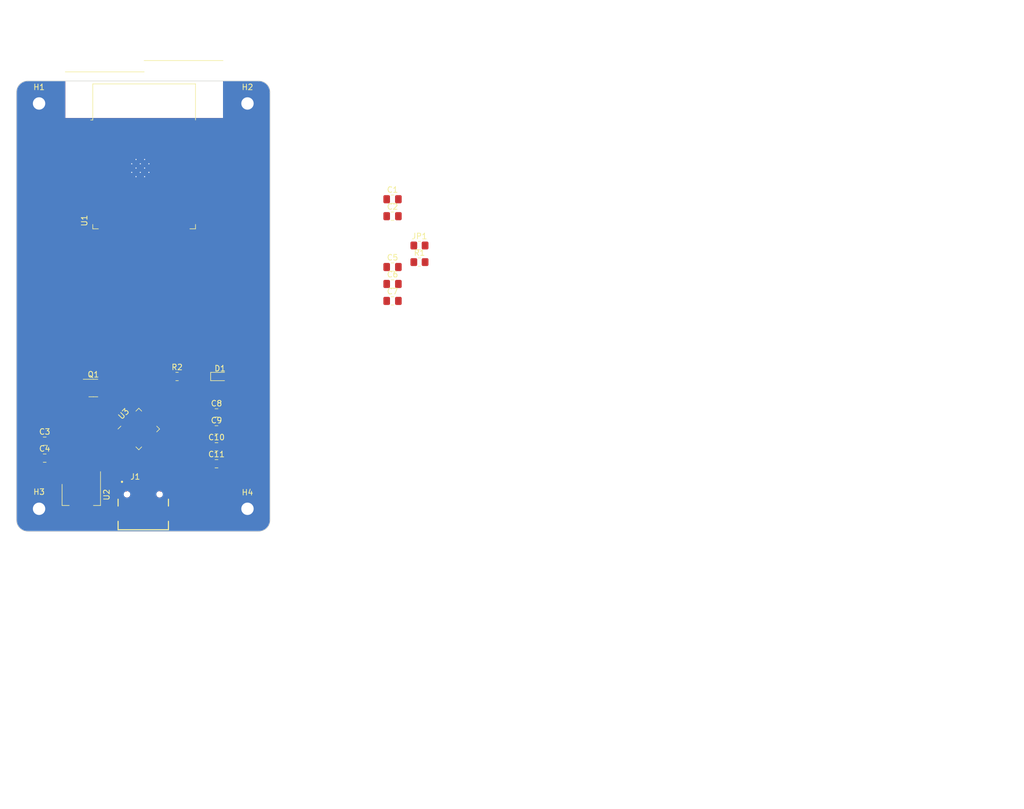
<source format=kicad_pcb>
(kicad_pcb (version 20221018) (generator pcbnew)
  (layers (0 "F.Cu" signal) (1 "In1.Cu" signal) (2 "In2.Cu" signal) (31 "B.Cu" signal) (34 "B.Paste" user) (35 "F.Paste" user) (36 "B.SilkS" user "B.Silkscreen") (37 "F.SilkS" user "F.Silkscreen") (38 "B.Mask" user) (39 "F.Mask" user) (44 "Edge.Cuts" user))
  (net 0 "")
  (net 1 "GND")
  (net 2 "VDD")
  (net 3 "Net-(Q1-S)")
  (net 6 "Net-(JP1-A)")
  (net 7 "Boot")
  (net 24 "EN")
  (net 37 "Net-(D1-A)")
  (net 38 "VCC")
  (net 39 "RX")
  (net 40 "TX")
  (footprint "USB4110_GF_A:GCT_USB4110GFA" (layer "F.Cu") (at 117.5 138.4375)
    (fp_text reference "J1" (at -1.425 -3.135) (layer "F.SilkS"))
    (fp_text value "USB4110GFA")
    (fp_line (start -4.47 0.86) (end -4.47 2.07) (stroke (width 0.2)) (layer "F.SilkS"))
    (fp_line (start -4.47 4.79) (end -4.47 6.28) (stroke (width 0.2)) (layer "F.SilkS"))
    (fp_line (start -4.47 6.28) (end 4.47 6.28) (stroke (width 0.2)) (layer "F.SilkS"))
    (fp_line (start 4.47 0.86) (end 4.47 2.07) (stroke (width 0.2)) (layer "F.SilkS"))
    (fp_line (start 4.47 6.28) (end 4.47 4.79) (stroke (width 0.2)) (layer "F.SilkS"))
    (fp_circle (center -3.78 -2.23) (end -3.68 -2.23) (stroke (width 0.2)) (fill none) (layer "F.SilkS"))
    (pad "" np_thru_hole circle (at -2.89 0) (size 0.65 0.65) (drill 0.65) (layers "*.Cu" "*.Mask"))
    (pad "" np_thru_hole circle (at 2.89 0) (size 0.65 0.65) (drill 0.65) (layers "*.Cu" "*.Mask"))
    (pad "A1/B12" smd rect (at -3.2 -1.075) (size 0.6 1.15) (layers "F.Cu" "F.Paste" "F.Mask"))
    (pad "A4/B9" smd rect (at -2.4 -1.075) (size 0.6 1.15) (layers "F.Cu" "F.Paste" "F.Mask"))
    (pad "A5" smd rect (at -1.25 -1.075) (size 0.3 1.15) (layers "F.Cu" "F.Paste" "F.Mask"))
    (pad "A6" smd rect (at -0.25 -1.075) (size 0.3 1.15) (layers "F.Cu" "F.Paste" "F.Mask"))
    (pad "A7" smd rect (at 0.25 -1.075) (size 0.3 1.15) (layers "F.Cu" "F.Paste" "F.Mask"))
    (pad "A8" smd rect (at 1.25 -1.075) (size 0.3 1.15) (layers "F.Cu" "F.Paste" "F.Mask"))
    (pad "B1/A12" smd rect (at 3.2 -1.075) (size 0.6 1.15) (layers "F.Cu" "F.Paste" "F.Mask"))
    (pad "B4/A9" smd rect (at 2.4 -1.075) (size 0.6 1.15) (layers "F.Cu" "F.Paste" "F.Mask"))
    (pad "B5" smd rect (at 1.75 -1.075) (size 0.3 1.15) (layers "F.Cu" "F.Paste" "F.Mask"))
    (pad "B6" smd rect (at 0.75 -1.075) (size 0.3 1.15) (layers "F.Cu" "F.Paste" "F.Mask"))
    (pad "B7" smd rect (at -0.75 -1.075) (size 0.3 1.15) (layers "F.Cu" "F.Paste" "F.Mask"))
    (pad "B8" smd rect (at -1.75 -1.075) (size 0.3 1.15) (layers "F.Cu" "F.Paste" "F.Mask"))
    (pad "S1" smd rect (at -5.11 -0.5) (size 2.18 2) (layers "F.Cu" "F.Paste" "F.Mask"))
    (pad "S2" smd rect (at 5.11 -0.5) (size 2.18 2) (layers "F.Cu" "F.Paste" "F.Mask"))
    (pad "S3" smd rect (at -5.11 3.43) (size 2.18 2) (layers "F.Cu" "F.Paste" "F.Mask"))
    (pad "S4" smd rect (at 5.11 3.43) (size 2.18 2) (layers "F.Cu" "F.Paste" "F.Mask"))
  )
  (footprint "Resistor_SMD:R_0805_2012Metric_Pad1.20x1.40mm_HandSolder" (layer "F.Cu") (at 123.5 117.5)
    (fp_text reference "R2" (at 0 -1.65) (layer "F.SilkS"))
    (fp_text value "150")
    (fp_line (start -0.227064 -0.735) (end 0.227064 -0.735) (stroke (width 0.12)) (layer "F.SilkS"))
    (fp_line (start -0.227064 0.735) (end 0.227064 0.735) (stroke (width 0.12)) (layer "F.SilkS"))
    (pad "1" smd roundrect (at -1 0) (size 1.2 1.4) (layers "F.Cu" "F.Paste" "F.Mask") (roundrect_rratio 0.208333) (net 3 "Net-(Q1-S)"))
    (pad "2" smd roundrect (at 1 0) (size 1.2 1.4) (layers "F.Cu" "F.Paste" "F.Mask") (roundrect_rratio 0.208333) (net 37 "Net-(D1-A)"))
  )
  (footprint "Capacitor_SMD:C_0805_2012Metric_Pad1.18x1.45mm_HandSolder" (layer "F.Cu") (at 130.5 123.97)
    (fp_text reference "C8" (at 0 -1.68) (layer "F.SilkS"))
    (fp_text value "1uF")
    (fp_line (start -0.261252 -0.735) (end 0.261252 -0.735) (stroke (width 0.12)) (layer "F.SilkS"))
    (fp_line (start -0.261252 0.735) (end 0.261252 0.735) (stroke (width 0.12)) (layer "F.SilkS"))
    (pad "1" smd roundrect (at -1.0375 0) (size 1.175 1.45) (layers "F.Cu" "F.Paste" "F.Mask") (roundrect_rratio 0.212766) (net 2 "VDD"))
    (pad "2" smd roundrect (at 1.0375 0) (size 1.175 1.45) (layers "F.Cu" "F.Paste" "F.Mask") (roundrect_rratio 0.212766) (net 1 "GND"))
  )
  (footprint "MountingHole:MountingHole_2.2mm_M2_DIN965_Pad" (layer "F.Cu") (at 136 141)
    (fp_text reference "H4" (at 0 -2.9) (layer "F.SilkS"))
    (fp_text value "MountingHole_Pad")
    (pad "1" thru_hole circle (at 0 0) (size 3.8 3.8) (drill 2.2) (layers "*.Cu" "*.Mask") (net 1 "GND"))
  )
  (footprint "Midi-FPGA-lib:SOT-223-3R" (layer "F.Cu") (at 106.5 138.5 -90)
    (fp_text reference "U2" (at 0 -4.5 90) (layer "F.SilkS"))
    (fp_text value "AP7361EA")
    (fp_line (start -4.1 -3.41) (end 1.91 -3.41) (stroke (width 0.12)) (layer "F.SilkS"))
    (fp_line (start -1.85 3.41) (end 1.91 3.41) (stroke (width 0.12)) (layer "F.SilkS"))
    (fp_line (start 1.91 -3.41) (end 1.91 -2.15) (stroke (width 0.12)) (layer "F.SilkS"))
    (fp_line (start 1.91 3.41) (end 1.91 2.15) (stroke (width 0.12)) (layer "F.SilkS"))
    (pad "1" smd rect (at -3.15 -2.3 270) (size 2 1.5) (layers "F.Cu" "F.Paste" "F.Mask") (net 1 "GND"))
    (pad "2" smd rect (at -3.15 0 270) (size 2 1.5) (layers "F.Cu" "F.Paste" "F.Mask") (net 6 "Net-(JP1-A)"))
    (pad "2" smd rect (at 3.15 0 270) (size 2 3.8) (layers "F.Cu" "F.Paste" "F.Mask") (net 6 "Net-(JP1-A)"))
    (pad "3" smd rect (at -3.15 2.3 270) (size 2 1.5) (layers "F.Cu" "F.Paste" "F.Mask") (net 3 "Net-(Q1-S)"))
  )
  (footprint "MountingHole:MountingHole_2.2mm_M2_DIN965_Pad" (layer "F.Cu") (at 99 141)
    (fp_text reference "H3" (at 0 -3) (layer "F.SilkS"))
    (fp_text value "MountingHole_Pad")
    (pad "1" thru_hole circle (at 0 0) (size 3.8 3.8) (drill 2.2) (layers "*.Cu" "*.Mask") (net 1 "GND"))
  )
  (footprint "MountingHole:MountingHole_2.2mm_M2_DIN965_Pad" (layer "F.Cu") (at 99 69)
    (fp_text reference "H1" (at 0 -2.9) (layer "F.SilkS"))
    (fp_text value "MountingHole_Pad")
    (pad "1" thru_hole circle (at 0 0) (size 3.8 3.8) (drill 2.2) (layers "*.Cu" "*.Mask") (net 1 "GND"))
  )
  (footprint "Capacitor_SMD:C_0805_2012Metric_Pad1.18x1.45mm_HandSolder" (layer "F.Cu") (at 161.75 89.02)
    (fp_text reference "C2" (at 0 -1.68) (layer "F.SilkS"))
    (fp_text value "0.1uF")
    (fp_line (start -0.261252 -0.735) (end 0.261252 -0.735) (stroke (width 0.12)) (layer "F.SilkS"))
    (fp_line (start -0.261252 0.735) (end 0.261252 0.735) (stroke (width 0.12)) (layer "F.SilkS"))
    (pad "1" smd roundrect (at -1.0375 0) (size 1.175 1.45) (layers "F.Cu" "F.Paste" "F.Mask") (roundrect_rratio 0.212766) (net 1 "GND"))
    (pad "2" smd roundrect (at 1.0375 0) (size 1.175 1.45) (layers "F.Cu" "F.Paste" "F.Mask") (roundrect_rratio 0.212766) (net 2 "VDD"))
  )
  (footprint "Capacitor_SMD:C_0805_2012Metric_Pad1.18x1.45mm_HandSolder" (layer "F.Cu") (at 130.5 126.98)
    (fp_text reference "C9" (at 0 -1.68) (layer "F.SilkS"))
    (fp_text value "0.1uF")
    (fp_line (start -0.261252 -0.735) (end 0.261252 -0.735) (stroke (width 0.12)) (layer "F.SilkS"))
    (fp_line (start -0.261252 0.735) (end 0.261252 0.735) (stroke (width 0.12)) (layer "F.SilkS"))
    (pad "1" smd roundrect (at -1.0375 0) (size 1.175 1.45) (layers "F.Cu" "F.Paste" "F.Mask") (roundrect_rratio 0.212766) (net 1 "GND"))
    (pad "2" smd roundrect (at 1.0375 0) (size 1.175 1.45) (layers "F.Cu" "F.Paste" "F.Mask") (roundrect_rratio 0.212766) (net 2 "VDD"))
  )
  (footprint "Capacitor_SMD:C_0805_2012Metric_Pad1.18x1.45mm_HandSolder" (layer "F.Cu") (at 130.5 129.99)
    (fp_text reference "C10" (at 0 -1.68) (layer "F.SilkS"))
    (fp_text value "4.7uF")
    (fp_line (start -0.261252 -0.735) (end 0.261252 -0.735) (stroke (width 0.12)) (layer "F.SilkS"))
    (fp_line (start -0.261252 0.735) (end 0.261252 0.735) (stroke (width 0.12)) (layer "F.SilkS"))
    (pad "1" smd roundrect (at -1.0375 0) (size 1.175 1.45) (layers "F.Cu" "F.Paste" "F.Mask") (roundrect_rratio 0.212766) (net 2 "VDD"))
    (pad "2" smd roundrect (at 1.0375 0) (size 1.175 1.45) (layers "F.Cu" "F.Paste" "F.Mask") (roundrect_rratio 0.212766) (net 1 "GND"))
  )
  (footprint "Package_DFN_QFN:QFN-28-1EP_5x5mm_P0.5mm_EP3.35x3.35mm" (layer "F.Cu") (at 116.706928 126.828249 45)
    (fp_text reference "U3" (at 0 -3.8 45) (layer "F.SilkS"))
    (fp_text value "CP2102N-Axx-xQFN28")
    (fp_line (start -2.61 2.61) (end -2.61 1.885) (stroke (width 0.12)) (layer "F.SilkS"))
    (fp_line (start -1.885 -2.61) (end -2.61 -2.61) (stroke (width 0.12)) (layer "F.SilkS"))
    (fp_line (start -1.885 2.61) (end -2.61 2.61) (stroke (width 0.12)) (layer "F.SilkS"))
    (fp_line (start 1.885 -2.61) (end 2.61 -2.61) (stroke (width 0.12)) (layer "F.SilkS"))
    (fp_line (start 1.885 2.61) (end 2.61 2.61) (stroke (width 0.12)) (layer "F.SilkS"))
    (fp_line (start 2.61 -2.61) (end 2.61 -1.885) (stroke (width 0.12)) (layer "F.SilkS"))
    (fp_line (start 2.61 2.61) (end 2.61 1.885) (stroke (width 0.12)) (layer "F.SilkS"))
    (pad "1" smd roundrect (at -2.45 -1.5 45) (size 0.8 0.25) (layers "F.Cu" "F.Paste" "F.Mask"))
    (pad "2" smd roundrect (at -2.45 -1 45) (size 0.8 0.25) (layers "F.Cu" "F.Paste" "F.Mask"))
    (pad "3" smd roundrect (at -2.45 -0.5 45) (size 0.8 0.25) (layers "F.Cu" "F.Paste" "F.Mask") (net 1 "GND"))
    (pad "4" smd roundrect (at -2.45 0 45) (size 0.8 0.25) (layers "F.Cu" "F.Paste" "F.Mask"))
    (pad "5" smd roundrect (at -2.45 0.5 45) (size 0.8 0.25) (layers "F.Cu" "F.Paste" "F.Mask"))
    (pad "6" smd roundrect (at -2.45 1 45) (size 0.8 0.25) (layers "F.Cu" "F.Paste" "F.Mask") (net 2 "VDD"))
    (pad "7" smd roundrect (at -2.45 1.5 45) (size 0.8 0.25) (layers "F.Cu" "F.Paste" "F.Mask") (net 2 "VDD"))
    (pad "8" smd roundrect (at -1.5 2.45 45) (size 0.25 0.8) (layers "F.Cu" "F.Paste" "F.Mask"))
    (pad "9" smd roundrect (at -1 2.45 45) (size 0.25 0.8) (layers "F.Cu" "F.Paste" "F.Mask"))
    (pad "10" smd roundrect (at -0.5 2.45 45) (size 0.25 0.8) (layers "F.Cu" "F.Paste" "F.Mask"))
    (pad "11" smd roundrect (at 0 2.45 45) (size 0.25 0.8) (layers "F.Cu" "F.Paste" "F.Mask"))
    (pad "12" smd roundrect (at 0.5 2.45 45) (size 0.25 0.8) (layers "F.Cu" "F.Paste" "F.Mask"))
    (pad "13" smd roundrect (at 1 2.45 45) (size 0.25 0.8) (layers "F.Cu" "F.Paste" "F.Mask"))
    (pad "14" smd roundrect (at 1.5 2.45 45) (size 0.25 0.8) (layers "F.Cu" "F.Paste" "F.Mask"))
    (pad "15" smd roundrect (at 2.45 1.5 45) (size 0.8 0.25) (layers "F.Cu" "F.Paste" "F.Mask"))
    (pad "16" smd roundrect (at 2.45 1 45) (size 0.8 0.25) (layers "F.Cu" "F.Paste" "F.Mask"))
    (pad "17" smd roundrect (at 2.45 0.5 45) (size 0.8 0.25) (layers "F.Cu" "F.Paste" "F.Mask"))
    (pad "18" smd roundrect (at 2.45 0 45) (size 0.8 0.25) (layers "F.Cu" "F.Paste" "F.Mask"))
    (pad "19" smd roundrect (at 2.45 -0.5 45) (size 0.8 0.25) (layers "F.Cu" "F.Paste" "F.Mask"))
    (pad "20" smd roundrect (at 2.45 -1 45) (size 0.8 0.25) (layers "F.Cu" "F.Paste" "F.Mask"))
    (pad "21" smd roundrect (at 2.45 -1.5 45) (size 0.8 0.25) (layers "F.Cu" "F.Paste" "F.Mask"))
    (pad "22" smd roundrect (at 1.5 -2.45 45) (size 0.25 0.8) (layers "F.Cu" "F.Paste" "F.Mask"))
    (pad "23" smd roundrect (at 1 -2.45 45) (size 0.25 0.8) (layers "F.Cu" "F.Paste" "F.Mask"))
    (pad "24" smd roundrect (at 0.5 -2.45 45) (size 0.25 0.8) (layers "F.Cu" "F.Paste" "F.Mask"))
    (pad "25" smd roundrect (at 0 -2.45 45) (size 0.25 0.8) (layers "F.Cu" "F.Paste" "F.Mask"))
    (pad "26" smd roundrect (at -0.5 -2.45 45) (size 0.25 0.8) (layers "F.Cu" "F.Paste" "F.Mask"))
    (pad "27" smd roundrect (at -1 -2.45 45) (size 0.25 0.8) (layers "F.Cu" "F.Paste" "F.Mask"))
    (pad "28" smd roundrect (at -1.5 -2.45 45) (size 0.25 0.8) (layers "F.Cu" "F.Paste" "F.Mask"))
    (pad "29" smd rect (at 0 0 45) (size 3.35 3.35) (layers "F.Cu" "F.Mask") (net 1 "GND"))
  )
  (footprint "Resistor_SMD:R_0805_2012Metric_Pad1.20x1.40mm_HandSolder" (layer "F.Cu") (at 166.53 94.23)
    (fp_text reference "JP1" (at 0 -1.65) (layer "F.SilkS"))
    (fp_text value "0")
    (fp_line (start -0.227064 -0.735) (end 0.227064 -0.735) (stroke (width 0.12)) (layer "F.SilkS"))
    (fp_line (start -0.227064 0.735) (end 0.227064 0.735) (stroke (width 0.12)) (layer "F.SilkS"))
    (pad "1" smd roundrect (at -1 0) (size 1.2 1.4) (layers "F.Cu" "F.Paste" "F.Mask") (roundrect_rratio 0.208333) (net 6 "Net-(JP1-A)"))
    (pad "2" smd roundrect (at 1 0) (size 1.2 1.4) (layers "F.Cu" "F.Paste" "F.Mask") (roundrect_rratio 0.208333) (net 2 "VDD"))
  )
  (footprint "Resistor_SMD:R_0805_2012Metric_Pad1.20x1.40mm_HandSolder" (layer "F.Cu") (at 166.53 97.18)
    (fp_text reference "R1" (at 0 -1.65) (layer "F.SilkS"))
    (fp_text value "10K")
    (fp_line (start -0.227064 -0.735) (end 0.227064 -0.735) (stroke (width 0.12)) (layer "F.SilkS"))
    (fp_line (start -0.227064 0.735) (end 0.227064 0.735) (stroke (width 0.12)) (layer "F.SilkS"))
    (pad "1" smd roundrect (at -1 0) (size 1.2 1.4) (layers "F.Cu" "F.Paste" "F.Mask") (roundrect_rratio 0.208333) (net 2 "VDD"))
    (pad "2" smd roundrect (at 1 0) (size 1.2 1.4) (layers "F.Cu" "F.Paste" "F.Mask") (roundrect_rratio 0.208333) (net 24 "EN"))
  )
  (footprint "Capacitor_SMD:C_0805_2012Metric_Pad1.18x1.45mm_HandSolder" (layer "F.Cu") (at 100 128.99)
    (fp_text reference "C3" (at 0 -1.68) (layer "F.SilkS"))
    (fp_text value "4.7uF")
    (fp_line (start -0.261252 -0.735) (end 0.261252 -0.735) (stroke (width 0.12)) (layer "F.SilkS"))
    (fp_line (start -0.261252 0.735) (end 0.261252 0.735) (stroke (width 0.12)) (layer "F.SilkS"))
    (pad "1" smd roundrect (at -1.0375 0) (size 1.175 1.45) (layers "F.Cu" "F.Paste" "F.Mask") (roundrect_rratio 0.212766) (net 3 "Net-(Q1-S)"))
    (pad "2" smd roundrect (at 1.0375 0) (size 1.175 1.45) (layers "F.Cu" "F.Paste" "F.Mask") (roundrect_rratio 0.212766) (net 1 "GND"))
  )
  (footprint "Capacitor_SMD:C_0805_2012Metric_Pad1.18x1.45mm_HandSolder" (layer "F.Cu") (at 161.75 104.07)
    (fp_text reference "C7" (at 0 -1.68) (layer "F.SilkS"))
    (fp_text value "1uF")
    (fp_line (start -0.261252 -0.735) (end 0.261252 -0.735) (stroke (width 0.12)) (layer "F.SilkS"))
    (fp_line (start -0.261252 0.735) (end 0.261252 0.735) (stroke (width 0.12)) (layer "F.SilkS"))
    (pad "1" smd roundrect (at -1.0375 0) (size 1.175 1.45) (layers "F.Cu" "F.Paste" "F.Mask") (roundrect_rratio 0.212766) (net 24 "EN"))
    (pad "2" smd roundrect (at 1.0375 0) (size 1.175 1.45) (layers "F.Cu" "F.Paste" "F.Mask") (roundrect_rratio 0.212766) (net 1 "GND"))
  )
  (footprint "Capacitor_SMD:C_0805_2012Metric_Pad1.18x1.45mm_HandSolder" (layer "F.Cu") (at 130.5 133)
    (fp_text reference "C11" (at 0 -1.68) (layer "F.SilkS"))
    (fp_text value "0.1uF")
    (fp_line (start -0.261252 -0.735) (end 0.261252 -0.735) (stroke (width 0.12)) (layer "F.SilkS"))
    (fp_line (start -0.261252 0.735) (end 0.261252 0.735) (stroke (width 0.12)) (layer "F.SilkS"))
    (pad "1" smd roundrect (at -1.0375 0) (size 1.175 1.45) (layers "F.Cu" "F.Paste" "F.Mask") (roundrect_rratio 0.212766) (net 1 "GND"))
    (pad "2" smd roundrect (at 1.0375 0) (size 1.175 1.45) (layers "F.Cu" "F.Paste" "F.Mask") (roundrect_rratio 0.212766) (net 2 "VDD"))
  )
  (footprint "Capacitor_SMD:C_0805_2012Metric_Pad1.18x1.45mm_HandSolder" (layer "F.Cu") (at 161.75 101.06)
    (fp_text reference "C6" (at 0 -1.68) (layer "F.SilkS"))
    (fp_text value "0.1uF")
    (fp_line (start -0.261252 -0.735) (end 0.261252 -0.735) (stroke (width 0.12)) (layer "F.SilkS"))
    (fp_line (start -0.261252 0.735) (end 0.261252 0.735) (stroke (width 0.12)) (layer "F.SilkS"))
    (pad "1" smd roundrect (at -1.0375 0) (size 1.175 1.45) (layers "F.Cu" "F.Paste" "F.Mask") (roundrect_rratio 0.212766) (net 1 "GND"))
    (pad "2" smd roundrect (at 1.0375 0) (size 1.175 1.45) (layers "F.Cu" "F.Paste" "F.Mask") (roundrect_rratio 0.212766) (net 24 "EN"))
  )
  (footprint "Capacitor_SMD:C_0805_2012Metric_Pad1.18x1.45mm_HandSolder" (layer "F.Cu") (at 161.75 86.01)
    (fp_text reference "C1" (at 0 -1.68) (layer "F.SilkS"))
    (fp_text value "22uF")
    (fp_line (start -0.261252 -0.735) (end 0.261252 -0.735) (stroke (width 0.12)) (layer "F.SilkS"))
    (fp_line (start -0.261252 0.735) (end 0.261252 0.735) (stroke (width 0.12)) (layer "F.SilkS"))
    (pad "1" smd roundrect (at -1.0375 0) (size 1.175 1.45) (layers "F.Cu" "F.Paste" "F.Mask") (roundrect_rratio 0.212766) (net 2 "VDD"))
    (pad "2" smd roundrect (at 1.0375 0) (size 1.175 1.45) (layers "F.Cu" "F.Paste" "F.Mask") (roundrect_rratio 0.212766) (net 1 "GND"))
  )
  (footprint "Package_TO_SOT_SMD:SOT-23-3" (layer "F.Cu") (at 108.6375 119.55)
    (fp_text reference "Q1" (at 0 -2.4) (layer "F.SilkS"))
    (fp_text value "DMP2123L")
    (fp_line (start 0 -1.56) (end -1.8 -1.56) (stroke (width 0.12)) (layer "F.SilkS"))
    (fp_line (start 0 -1.56) (end 0.8 -1.56) (stroke (width 0.12)) (layer "F.SilkS"))
    (fp_line (start 0 1.56) (end -0.8 1.56) (stroke (width 0.12)) (layer "F.SilkS"))
    (fp_line (start 0 1.56) (end 0.8 1.56) (stroke (width 0.12)) (layer "F.SilkS"))
    (pad "1" smd roundrect (at -1.1375 -0.95) (size 1.325 0.6) (layers "F.Cu" "F.Paste" "F.Mask") (net 1 "GND"))
    (pad "2" smd roundrect (at -1.1375 0.95) (size 1.325 0.6) (layers "F.Cu" "F.Paste" "F.Mask") (net 3 "Net-(Q1-S)"))
    (pad "3" smd roundrect (at 1.1375 0) (size 1.325 0.6) (layers "F.Cu" "F.Paste" "F.Mask") (net 38 "VCC"))
  )
  (footprint "LED_SMD:LED_0603_1608Metric_Pad1.05x0.95mm_HandSolder" (layer "F.Cu") (at 131.125 117.5)
    (fp_text reference "D1" (at 0 -1.43) (layer "F.SilkS"))
    (fp_text value "LED")
    (fp_line (start -1.66 -0.735) (end -1.66 0.735) (stroke (width 0.12)) (layer "F.SilkS"))
    (fp_line (start -1.66 0.735) (end 0.8 0.735) (stroke (width 0.12)) (layer "F.SilkS"))
    (fp_line (start 0.8 -0.735) (end -1.66 -0.735) (stroke (width 0.12)) (layer "F.SilkS"))
    (pad "1" smd roundrect (at -0.875 0) (size 1.05 0.95) (layers "F.Cu" "F.Paste" "F.Mask") (net 1 "GND"))
    (pad "2" smd roundrect (at 0.875 0) (size 1.05 0.95) (layers "F.Cu" "F.Paste" "F.Mask") (net 37 "Net-(D1-A)"))
  )
  (footprint "Midi-FPGA-lib:ESP32-WROOM-32" (layer "F.Cu") (at 117.655 81.385)
    (fp_text reference "U1" (at -10.61 8.43 90) (layer "F.SilkS"))
    (fp_text value "ESP32-WROOM-32")
    (fp_line (start -9.12 -15.86) (end -9.12 -9.445) (stroke (width 0.12)) (layer "F.SilkS"))
    (fp_line (start -9.12 -15.86) (end 9.12 -15.86) (stroke (width 0.12)) (layer "F.SilkS"))
    (fp_line (start -9.12 -9.445) (end -9.5 -9.445) (stroke (width 0.12)) (layer "F.SilkS"))
    (fp_line (start -9.12 9.1) (end -9.12 9.88) (stroke (width 0.12)) (layer "F.SilkS"))
    (fp_line (start -9.12 9.88) (end -8.12 9.88) (stroke (width 0.12)) (layer "F.SilkS"))
    (fp_line (start 0 -20) (end 14 -20) (stroke (width 0.12)) (layer "F.SilkS"))
    (fp_line (start 0 -18) (end -14 -18) (stroke (width 0.12)) (layer "F.SilkS"))
    (fp_line (start 9.12 -15.86) (end 9.12 -9.445) (stroke (width 0.12)) (layer "F.SilkS"))
    (fp_line (start 9.12 9.1) (end 9.12 9.88) (stroke (width 0.12)) (layer "F.SilkS"))
    (fp_line (start 9.12 9.88) (end 8.12 9.88) (stroke (width 0.12)) (layer "F.SilkS"))
    (pad "1" smd rect (at -8.75 -8.25) (size 1.5 0.9) (layers "F.Cu" "F.Paste" "F.Mask") (net 1 "GND"))
    (pad "2" smd rect (at -8.75 -6.98) (size 1.5 0.9) (layers "F.Cu" "F.Paste" "F.Mask") (net 2 "VDD"))
    (pad "3" smd rect (at -8.75 -5.71) (size 1.5 0.9) (layers "F.Cu" "F.Paste" "F.Mask") (net 24 "EN"))
    (pad "4" smd rect (at -8.75 -4.44) (size 1.5 0.9) (layers "F.Cu" "F.Paste" "F.Mask"))
    (pad "5" smd rect (at -8.75 -3.17) (size 1.5 0.9) (layers "F.Cu" "F.Paste" "F.Mask"))
    (pad "6" smd rect (at -8.75 -1.9) (size 1.5 0.9) (layers "F.Cu" "F.Paste" "F.Mask") (net 39 "RX"))
    (pad "7" smd rect (at -8.75 -0.63) (size 1.5 0.9) (layers "F.Cu" "F.Paste" "F.Mask") (net 40 "TX"))
    (pad "8" smd rect (at -8.75 0.64) (size 1.5 0.9) (layers "F.Cu" "F.Paste" "F.Mask"))
    (pad "9" smd rect (at -8.75 1.91) (size 1.5 0.9) (layers "F.Cu" "F.Paste" "F.Mask"))
    (pad "10" smd rect (at -8.75 3.18) (size 1.5 0.9) (layers "F.Cu" "F.Paste" "F.Mask"))
    (pad "11" smd rect (at -8.75 4.45) (size 1.5 0.9) (layers "F.Cu" "F.Paste" "F.Mask"))
    (pad "12" smd rect (at -8.75 5.72) (size 1.5 0.9) (layers "F.Cu" "F.Paste" "F.Mask"))
    (pad "13" smd rect (at -8.75 6.99) (size 1.5 0.9) (layers "F.Cu" "F.Paste" "F.Mask"))
    (pad "14" smd rect (at -8.75 8.26) (size 1.5 0.9) (layers "F.Cu" "F.Paste" "F.Mask"))
    (pad "15" smd rect (at -5.71 9.51 90) (size 1.5 0.9) (layers "F.Cu" "F.Paste" "F.Mask") (net 1 "GND"))
    (pad "16" smd rect (at -4.44 9.51 90) (size 1.5 0.9) (layers "F.Cu" "F.Paste" "F.Mask"))
    (pad "17" smd rect (at -3.17 9.51 90) (size 1.5 0.9) (layers "F.Cu" "F.Paste" "F.Mask"))
    (pad "18" smd rect (at -1.9 9.51 90) (size 1.5 0.9) (layers "F.Cu" "F.Paste" "F.Mask"))
    (pad "19" smd rect (at -0.63 9.51 90) (size 1.5 0.9) (layers "F.Cu" "F.Paste" "F.Mask"))
    (pad "20" smd rect (at 0.64 9.51 90) (size 1.5 0.9) (layers "F.Cu" "F.Paste" "F.Mask"))
    (pad "21" smd rect (at 1.91 9.51 90) (size 1.5 0.9) (layers "F.Cu" "F.Paste" "F.Mask"))
    (pad "22" smd rect (at 3.18 9.51 90) (size 1.5 0.9) (layers "F.Cu" "F.Paste" "F.Mask"))
    (pad "23" smd rect (at 4.45 9.51 90) (size 1.5 0.9) (layers "F.Cu" "F.Paste" "F.Mask"))
    (pad "24" smd rect (at 5.72 9.51 90) (size 1.5 0.9) (layers "F.Cu" "F.Paste" "F.Mask"))
    (pad "25" smd rect (at 8.75 8.26) (size 1.5 0.9) (layers "F.Cu" "F.Paste" "F.Mask") (net 7 "Boot"))
    (pad "26" smd rect (at 8.75 6.99) (size 1.5 0.9) (layers "F.Cu" "F.Paste" "F.Mask"))
    (pad "27" smd rect (at 8.75 5.72) (size 1.5 0.9) (layers "F.Cu" "F.Paste" "F.Mask"))
    (pad "28" smd rect (at 8.75 4.45) (size 1.5 0.9) (layers "F.Cu" "F.Paste" "F.Mask"))
    (pad "29" smd rect (at 8.75 3.18) (size 1.5 0.9) (layers "F.Cu" "F.Paste" "F.Mask"))
    (pad "30" smd rect (at 8.75 1.91) (size 1.5 0.9) (layers "F.Cu" "F.Paste" "F.Mask"))
    (pad "31" smd rect (at 8.75 0.64) (size 1.5 0.9) (layers "F.Cu" "F.Paste" "F.Mask"))
    (pad "32" smd rect (at 8.75 -0.63) (size 1.5 0.9) (layers "F.Cu" "F.Paste" "F.Mask"))
    (pad "33" smd rect (at 8.75 -1.9) (size 1.5 0.9) (layers "F.Cu" "F.Paste" "F.Mask"))
    (pad "34" smd rect (at 8.75 -3.17) (size 1.5 0.9) (layers "F.Cu" "F.Paste" "F.Mask"))
    (pad "35" smd rect (at 8.75 -4.44) (size 1.5 0.9) (layers "F.Cu" "F.Paste" "F.Mask"))
    (pad "36" smd rect (at 8.75 -5.71) (size 1.5 0.9) (layers "F.Cu" "F.Paste" "F.Mask"))
    (pad "37" smd rect (at 8.75 -6.98) (size 1.5 0.9) (layers "F.Cu" "F.Paste" "F.Mask"))
    (pad "38" smd rect (at 8.75 -8.25) (size 1.5 0.9) (layers "F.Cu" "F.Paste" "F.Mask") (net 1 "GND"))
    (pad "39" smd rect (at -2.205 -2.435) (size 1.05 1.05) (layers "F.Cu" "F.Paste") (net 1 "GND"))
    (pad "39" thru_hole circle (at -2.205 -1.6725) (size 0.6 0.6) (drill 0.2) (property pad_prop_heatsink) (layers "*.Cu" "F.Mask") (net 1 "GND"))
    (pad "39" smd rect (at -2.205 -0.91) (size 1.05 1.05) (layers "F.Cu" "F.Paste") (net 1 "GND"))
    (pad "39" thru_hole circle (at -2.205 -0.1475) (size 0.6 0.6) (drill 0.2) (property pad_prop_heatsink) (layers "*.Cu" "F.Mask") (net 1 "GND"))
    (pad "39" smd rect (at -2.205 0.615) (size 1.05 1.05) (layers "F.Cu" "F.Paste") (net 1 "GND"))
    (pad "39" thru_hole circle (at -1.4425 -2.435) (size 0.6 0.6) (drill 0.2) (property pad_prop_heatsink) (layers "*.Cu" "F.Mask") (net 1 "GND"))
    (pad "39" thru_hole circle (at -1.4425 -0.91) (size 0.6 0.6) (drill 0.2) (property pad_prop_heatsink) (layers "*.Cu" "F.Mask") (net 1 "GND"))
    (pad "39" thru_hole circle (at -1.4425 0.615) (size 0.6 0.6) (drill 0.2) (property pad_prop_heatsink) (layers "*.Cu" "F.Mask") (net 1 "GND"))
    (pad "39" smd rect (at -0.68 -2.435) (size 1.05 1.05) (layers "F.Cu" "F.Paste") (net 1 "GND"))
    (pad "39" thru_hole circle (at -0.68 -1.6725) (size 0.6 0.6) (drill 0.2) (property pad_prop_heatsink) (layers "*.Cu" "F.Mask") (net 1 "GND"))
    (pad "39" smd rect (at -0.68 -0.91) (size 1.05 1.05) (layers "F.Cu" "F.Paste") (net 1 "GND"))
    (pad "39" smd rect (at -0.68 -0.91) (size 4.2 4.2) (layers "F.Cu" "F.Mask") (net 1 "GND"))
    (pad "39" thru_hole circle (at -0.68 -0.1475) (size 0.6 0.6) (drill 0.2) (property pad_prop_heatsink) (layers "*.Cu" "F.Mask") (net 1 "GND"))
    (pad "39" smd rect (at -0.68 0.615) (size 1.05 1.05) (layers "F.Cu" "F.Paste") (net 1 "GND"))
    (pad "39" thru_hole circle (at 0.0825 -2.435) (size 0.6 0.6) (drill 0.2) (property pad_prop_heatsink) (layers "*.Cu" "F.Mask") (net 1 "GND"))
    (pad "39" thru_hole circle (at 0.0825 -0.91) (size 0.6 0.6) (drill 0.2) (property pad_prop_heatsink) (layers "*.Cu" "F.Mask") (net 1 "GND"))
    (pad "39" thru_hole circle (at 0.0825 0.615) (size 0.6 0.6) (drill 0.2) (property pad_prop_heatsink) (layers "*.Cu" "F.Mask") (net 1 "GND"))
    (pad "39" smd rect (at 0.845 -2.435) (size 1.05 1.05) (layers "F.Cu" "F.Paste") (net 1 "GND"))
    (pad "39" thru_hole circle (at 0.845 -1.6725) (size 0.6 0.6) (drill 0.2) (property pad_prop_heatsink) (layers "*.Cu" "F.Mask") (net 1 "GND"))
    (pad "39" smd rect (at 0.845 -0.91) (size 1.05 1.05) (layers "F.Cu" "F.Paste") (net 1 "GND"))
    (pad "39" thru_hole circle (at 0.845 -0.1475) (size 0.6 0.6) (drill 0.2) (property pad_prop_heatsink) (layers "*.Cu" "F.Mask") (net 1 "GND"))
    (pad "39" smd rect (at 0.845 0.615) (size 1.05 1.05) (layers "F.Cu" "F.Paste") (net 1 "GND"))
    (zone (net 0) (net_name "") (layers "F.Cu" "In1.Cu" "B.Cu") (connect_pads (clearance 0)) (min_thickness 0.254)
      (keepout (tracks not_allowed) (vias not_allowed) (pads not_allowed) (copperpour not_allowed) (footprints not_allowed))
      (fill (thermal_gap 0.508) (thermal_bridge_width 0.508))
      (polygon (pts (xy 103.655 71.585) (xy 131.655 71.585) (xy 131.655 50.645) (xy 103.655 50.645)))
    )
  )
  (footprint "Capacitor_SMD:C_0805_2012Metric_Pad1.18x1.45mm_HandSolder" (layer "F.Cu") (at 161.75 98.05)
    (fp_text reference "C5" (at 0 -1.68) (layer "F.SilkS"))
    (fp_text value "0.1uF")
    (fp_line (start -0.261252 -0.735) (end 0.261252 -0.735) (stroke (width 0.12)) (layer "F.SilkS"))
    (fp_line (start -0.261252 0.735) (end 0.261252 0.735) (stroke (width 0.12)) (layer "F.SilkS"))
    (pad "1" smd roundrect (at -1.0375 0) (size 1.175 1.45) (layers "F.Cu" "F.Paste" "F.Mask") (roundrect_rratio 0.212766) (net 1 "GND"))
    (pad "2" smd roundrect (at 1.0375 0) (size 1.175 1.45) (layers "F.Cu" "F.Paste" "F.Mask") (roundrect_rratio 0.212766) (net 7 "Boot"))
  )
  (footprint "MountingHole:MountingHole_2.2mm_M2_DIN965_Pad" (layer "F.Cu") (at 136 69)
    (fp_text reference "H2" (at 0 -2.9) (layer "F.SilkS"))
    (fp_text value "MountingHole_Pad")
    (pad "1" thru_hole circle (at 0 0) (size 3.8 3.8) (drill 2.2) (layers "*.Cu" "*.Mask") (net 1 "GND"))
  )
  (footprint "Capacitor_SMD:C_0805_2012Metric_Pad1.18x1.45mm_HandSolder" (layer "F.Cu") (at 100 132)
    (fp_text reference "C4" (at 0 -1.68) (layer "F.SilkS"))
    (fp_text value "4.7uF")
    (fp_line (start -0.261252 -0.735) (end 0.261252 -0.735) (stroke (width 0.12)) (layer "F.SilkS"))
    (fp_line (start -0.261252 0.735) (end 0.261252 0.735) (stroke (width 0.12)) (layer "F.SilkS"))
    (pad "1" smd roundrect (at -1.0375 0) (size 1.175 1.45) (layers "F.Cu" "F.Paste" "F.Mask") (roundrect_rratio 0.212766) (net 6 "Net-(JP1-A)"))
    (pad "2" smd roundrect (at 1.0375 0) (size 1.175 1.45) (layers "F.Cu" "F.Paste" "F.Mask") (roundrect_rratio 0.212766) (net 1 "GND"))
  )
  (gr_line (start 140 67) (end 140 143) (stroke (width 0.1)) (layer "Edge.Cuts"))
  (gr_line (start 138 145) (end 97 145) (stroke (width 0.1)) (layer "Edge.Cuts"))
  (gr_arc (start 140 143) (mid 139.414214 144.414214) (end 138 145) (stroke (width 0.1)) (layer "Edge.Cuts"))
  (gr_arc (start 138 65) (mid 139.414214 65.585786) (end 140 67) (stroke (width 0.1)) (layer "Edge.Cuts"))
  (gr_arc (start 95 67) (mid 95.585786 65.585786) (end 97 65) (stroke (width 0.1)) (layer "Edge.Cuts"))
  (gr_line (start 95 143) (end 95 67) (stroke (width 0.1)) (layer "Edge.Cuts"))
  (gr_line (start 97 65) (end 138 65) (stroke (width 0.1)) (layer "Edge.Cuts"))
  (gr_arc (start 97 145) (mid 95.585786 144.414214) (end 95 143) (stroke (width 0.1)) (layer "Edge.Cuts"))
  (zone (net 1) (net_name "GND") (layers "F&B.Cu") (name "Ground pour") (priority 1) (connect_pads yes (clearance 0.5)) (min_thickness 0.25) (fill yes (thermal_gap 0.5) (thermal_bridge_width 0.5))
    (polygon (pts (xy 94 64) (xy 141 64) (xy 141 146) (xy 94 146)))
  )
)
</source>
